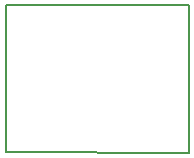
<source format=gko>
G04 #@! TF.FileFunction,Profile,NP*
%FSLAX46Y46*%
G04 Gerber Fmt 4.6, Leading zero omitted, Abs format (unit mm)*
G04 Created by KiCad (PCBNEW 4.0.7-e2-6376~58~ubuntu16.04.1) date Sat Jan 13 09:37:07 2018*
%MOMM*%
%LPD*%
G01*
G04 APERTURE LIST*
%ADD10C,0.100000*%
%ADD11C,0.150000*%
G04 APERTURE END LIST*
D10*
D11*
X149225000Y-111125000D02*
X149225000Y-98679000D01*
X164719000Y-111252000D02*
X149225000Y-111125000D01*
X164719000Y-98679000D02*
X164719000Y-111252000D01*
X149225000Y-98679000D02*
X164719000Y-98679000D01*
M02*

</source>
